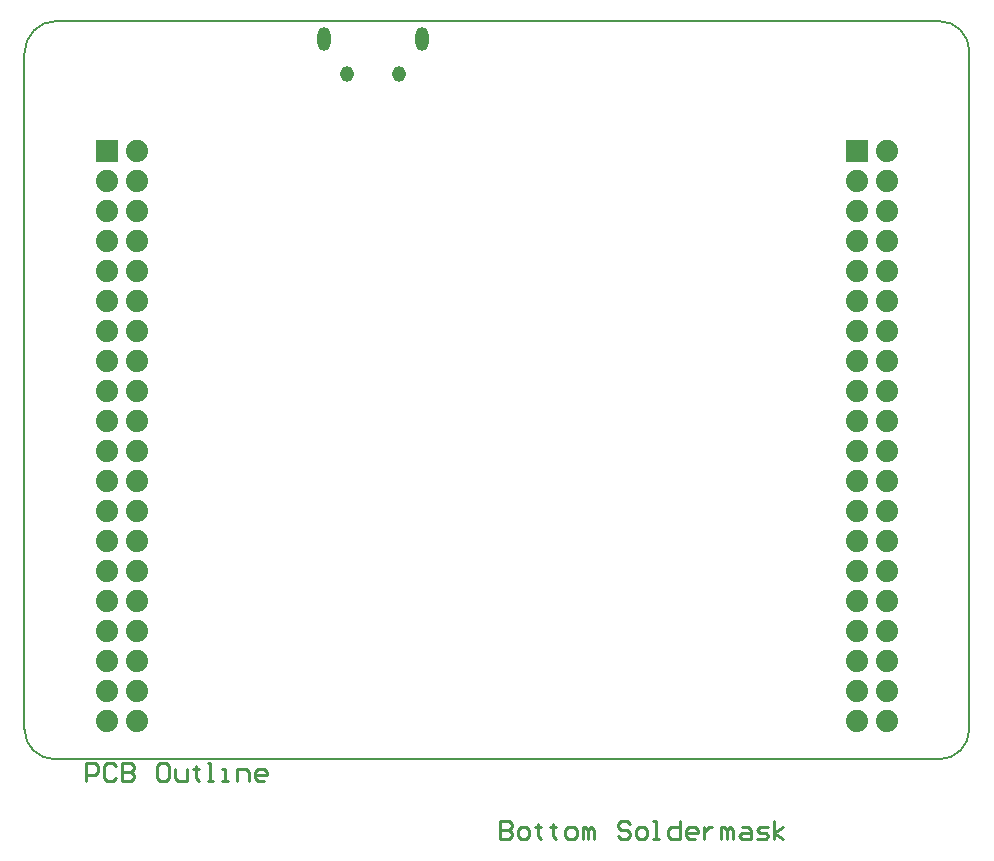
<source format=gbs>
G04*
G04 #@! TF.GenerationSoftware,Altium Limited,Altium Designer,25.8.1 (18)*
G04*
G04 Layer_Color=12429013*
%FSLAX24Y24*%
%MOIN*%
G70*
G04*
G04 #@! TF.SameCoordinates,09999318-E88C-4F9F-A6D3-71EC491E3F06*
G04*
G04*
G04 #@! TF.FilePolarity,Negative*
G04*
G01*
G75*
%ADD16C,0.0100*%
%ADD17C,0.0050*%
%ADD33C,0.0740*%
%ADD34R,0.0740X0.0740*%
G04:AMPARAMS|DCode=35|XSize=43.4mil|YSize=78.8mil|CornerRadius=21.7mil|HoleSize=0mil|Usage=FLASHONLY|Rotation=180.000|XOffset=0mil|YOffset=0mil|HoleType=Round|Shape=RoundedRectangle|*
%AMROUNDEDRECTD35*
21,1,0.0434,0.0354,0,0,180.0*
21,1,0.0000,0.0788,0,0,180.0*
1,1,0.0434,0.0000,0.0177*
1,1,0.0434,0.0000,0.0177*
1,1,0.0434,0.0000,-0.0177*
1,1,0.0434,0.0000,-0.0177*
%
%ADD35ROUNDEDRECTD35*%
G04:AMPARAMS|DCode=36|XSize=45.3mil|YSize=53.2mil|CornerRadius=22.7mil|HoleSize=0mil|Usage=FLASHONLY|Rotation=180.000|XOffset=0mil|YOffset=0mil|HoleType=Round|Shape=RoundedRectangle|*
%AMROUNDEDRECTD36*
21,1,0.0453,0.0079,0,0,180.0*
21,1,0.0000,0.0532,0,0,180.0*
1,1,0.0453,0.0000,0.0039*
1,1,0.0453,0.0000,0.0039*
1,1,0.0453,0.0000,-0.0039*
1,1,0.0453,0.0000,-0.0039*
%
%ADD36ROUNDEDRECTD36*%
D16*
X15848Y-2069D02*
Y-2659D01*
X16143D01*
X16242Y-2560D01*
Y-2462D01*
X16143Y-2364D01*
X15848D01*
X16143D01*
X16242Y-2265D01*
Y-2167D01*
X16143Y-2069D01*
X15848D01*
X16537Y-2659D02*
X16734D01*
X16832Y-2560D01*
Y-2364D01*
X16734Y-2265D01*
X16537D01*
X16438Y-2364D01*
Y-2560D01*
X16537Y-2659D01*
X17127Y-2167D02*
Y-2265D01*
X17029D01*
X17226D01*
X17127D01*
Y-2560D01*
X17226Y-2659D01*
X17619Y-2167D02*
Y-2265D01*
X17521D01*
X17718D01*
X17619D01*
Y-2560D01*
X17718Y-2659D01*
X18111D02*
X18308D01*
X18406Y-2560D01*
Y-2364D01*
X18308Y-2265D01*
X18111D01*
X18013Y-2364D01*
Y-2560D01*
X18111Y-2659D01*
X18603D02*
Y-2265D01*
X18701D01*
X18800Y-2364D01*
Y-2659D01*
Y-2364D01*
X18898Y-2265D01*
X18997Y-2364D01*
Y-2659D01*
X20177Y-2167D02*
X20079Y-2069D01*
X19882D01*
X19784Y-2167D01*
Y-2265D01*
X19882Y-2364D01*
X20079D01*
X20177Y-2462D01*
Y-2560D01*
X20079Y-2659D01*
X19882D01*
X19784Y-2560D01*
X20473Y-2659D02*
X20669D01*
X20768Y-2560D01*
Y-2364D01*
X20669Y-2265D01*
X20473D01*
X20374Y-2364D01*
Y-2560D01*
X20473Y-2659D01*
X20964D02*
X21161D01*
X21063D01*
Y-2069D01*
X20964D01*
X21850D02*
Y-2659D01*
X21555D01*
X21456Y-2560D01*
Y-2364D01*
X21555Y-2265D01*
X21850D01*
X22342Y-2659D02*
X22145D01*
X22047Y-2560D01*
Y-2364D01*
X22145Y-2265D01*
X22342D01*
X22440Y-2364D01*
Y-2462D01*
X22047D01*
X22637Y-2265D02*
Y-2659D01*
Y-2462D01*
X22736Y-2364D01*
X22834Y-2265D01*
X22932D01*
X23228Y-2659D02*
Y-2265D01*
X23326D01*
X23424Y-2364D01*
Y-2659D01*
Y-2364D01*
X23523Y-2265D01*
X23621Y-2364D01*
Y-2659D01*
X23916Y-2265D02*
X24113D01*
X24211Y-2364D01*
Y-2659D01*
X23916D01*
X23818Y-2560D01*
X23916Y-2462D01*
X24211D01*
X24408Y-2659D02*
X24703D01*
X24802Y-2560D01*
X24703Y-2462D01*
X24507D01*
X24408Y-2364D01*
X24507Y-2265D01*
X24802D01*
X24999Y-2659D02*
Y-2069D01*
Y-2462D02*
X25294Y-2265D01*
X24999Y-2462D02*
X25294Y-2659D01*
X2069Y-730D02*
Y-139D01*
X2364D01*
X2462Y-238D01*
Y-435D01*
X2364Y-533D01*
X2069D01*
X3052Y-238D02*
X2954Y-139D01*
X2757D01*
X2659Y-238D01*
Y-631D01*
X2757Y-730D01*
X2954D01*
X3052Y-631D01*
X3249Y-139D02*
Y-730D01*
X3544D01*
X3643Y-631D01*
Y-533D01*
X3544Y-435D01*
X3249D01*
X3544D01*
X3643Y-336D01*
Y-238D01*
X3544Y-139D01*
X3249D01*
X4725D02*
X4528D01*
X4430Y-238D01*
Y-631D01*
X4528Y-730D01*
X4725D01*
X4824Y-631D01*
Y-238D01*
X4725Y-139D01*
X5020Y-336D02*
Y-631D01*
X5119Y-730D01*
X5414D01*
Y-336D01*
X5709Y-238D02*
Y-336D01*
X5611D01*
X5807D01*
X5709D01*
Y-631D01*
X5807Y-730D01*
X6103D02*
X6299D01*
X6201D01*
Y-139D01*
X6103D01*
X6595Y-730D02*
X6791D01*
X6693D01*
Y-336D01*
X6595D01*
X7087Y-730D02*
Y-336D01*
X7382D01*
X7480Y-435D01*
Y-730D01*
X7972D02*
X7775D01*
X7677Y-631D01*
Y-435D01*
X7775Y-336D01*
X7972D01*
X8070Y-435D01*
Y-533D01*
X7677D01*
D17*
X1072Y24606D02*
G03*
X0Y23534I0J-1072D01*
G01*
X31496Y23599D02*
G03*
X30489Y24606I-1007J0D01*
G01*
X30489Y0D02*
G03*
X31496Y1007I0J1007D01*
G01*
X0D02*
G03*
X1007Y0I1007J0D01*
G01*
X0Y1181D02*
Y23534D01*
X1072Y24606D02*
X30489D01*
X31496Y1007D02*
Y23599D01*
X1007Y0D02*
X30489D01*
X0Y1007D02*
Y1181D01*
D33*
X28755Y20288D02*
D03*
Y19288D02*
D03*
Y18288D02*
D03*
Y17288D02*
D03*
Y16288D02*
D03*
Y15288D02*
D03*
Y14288D02*
D03*
Y13288D02*
D03*
Y12288D02*
D03*
Y11288D02*
D03*
Y10288D02*
D03*
Y9288D02*
D03*
Y8288D02*
D03*
Y7288D02*
D03*
Y6288D02*
D03*
Y5288D02*
D03*
Y4288D02*
D03*
Y3288D02*
D03*
Y2288D02*
D03*
Y1288D02*
D03*
X27755D02*
D03*
Y19288D02*
D03*
Y18288D02*
D03*
Y17288D02*
D03*
Y16288D02*
D03*
Y15288D02*
D03*
Y14288D02*
D03*
Y13288D02*
D03*
Y12288D02*
D03*
Y11288D02*
D03*
Y10288D02*
D03*
Y9288D02*
D03*
Y8288D02*
D03*
Y7288D02*
D03*
Y6288D02*
D03*
Y5288D02*
D03*
Y4288D02*
D03*
Y3288D02*
D03*
Y2288D02*
D03*
X3755Y20288D02*
D03*
Y19288D02*
D03*
Y18288D02*
D03*
Y17288D02*
D03*
Y16288D02*
D03*
Y15288D02*
D03*
Y14288D02*
D03*
Y13288D02*
D03*
Y12288D02*
D03*
Y11288D02*
D03*
Y10288D02*
D03*
Y9288D02*
D03*
Y8288D02*
D03*
Y7288D02*
D03*
Y6288D02*
D03*
Y5288D02*
D03*
Y4288D02*
D03*
Y3288D02*
D03*
Y2288D02*
D03*
Y1288D02*
D03*
X2755D02*
D03*
Y19288D02*
D03*
Y18288D02*
D03*
Y17288D02*
D03*
Y16288D02*
D03*
Y15288D02*
D03*
Y14288D02*
D03*
Y13288D02*
D03*
Y12288D02*
D03*
Y11288D02*
D03*
Y10288D02*
D03*
Y9288D02*
D03*
Y8288D02*
D03*
Y7288D02*
D03*
Y6288D02*
D03*
Y5288D02*
D03*
Y4288D02*
D03*
Y3288D02*
D03*
Y2288D02*
D03*
D34*
X27755Y20288D02*
D03*
X2755D02*
D03*
D35*
X9970Y24016D02*
D03*
X13258D02*
D03*
D36*
X10738Y22835D02*
D03*
X12490D02*
D03*
M02*

</source>
